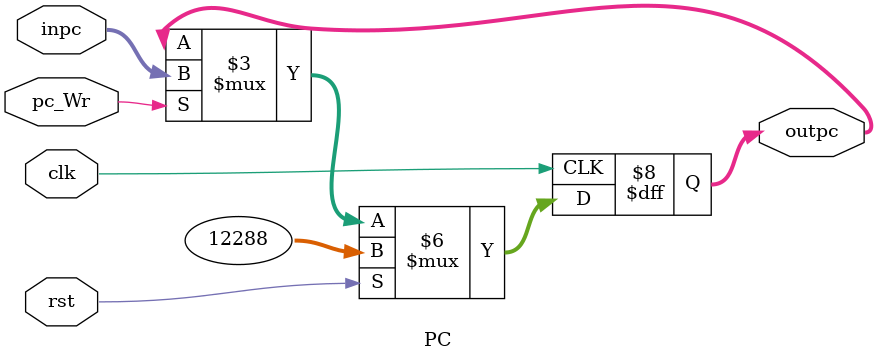
<source format=v>
module PC(clk, rst, inpc, pc_Wr, outpc);
	input clk, rst;
	input [31:0] inpc;
	input pc_Wr;
	output [31:0] outpc;

	reg [31:0] outpc;

	initial
		begin 
			outpc = 32'h3000;
		end

	always @(negedge clk)
		begin
			if(rst)
			begin
				outpc <= 32'h3000;
			end
			else if(pc_Wr)
			begin
				outpc <= inpc;
			end
		end
endmodule





</source>
